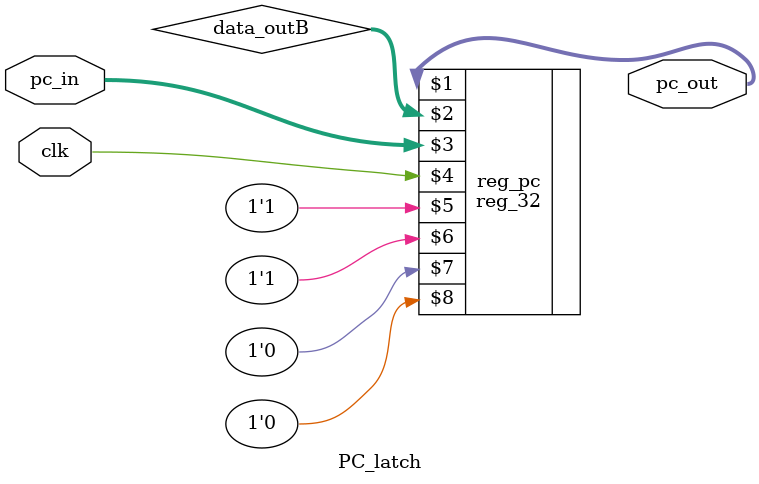
<source format=v>
module PC_latch(pc_in, pc_out, clk);

    input [31:0] pc_in;
    input clk;
    output [31:0] pc_out;

    wire [31:0] data_outB;

    reg_32 reg_pc(pc_out, data_outB, pc_in, clk, 1'b1, 1'b1, 1'b0, 1'b0);

endmodule
</source>
